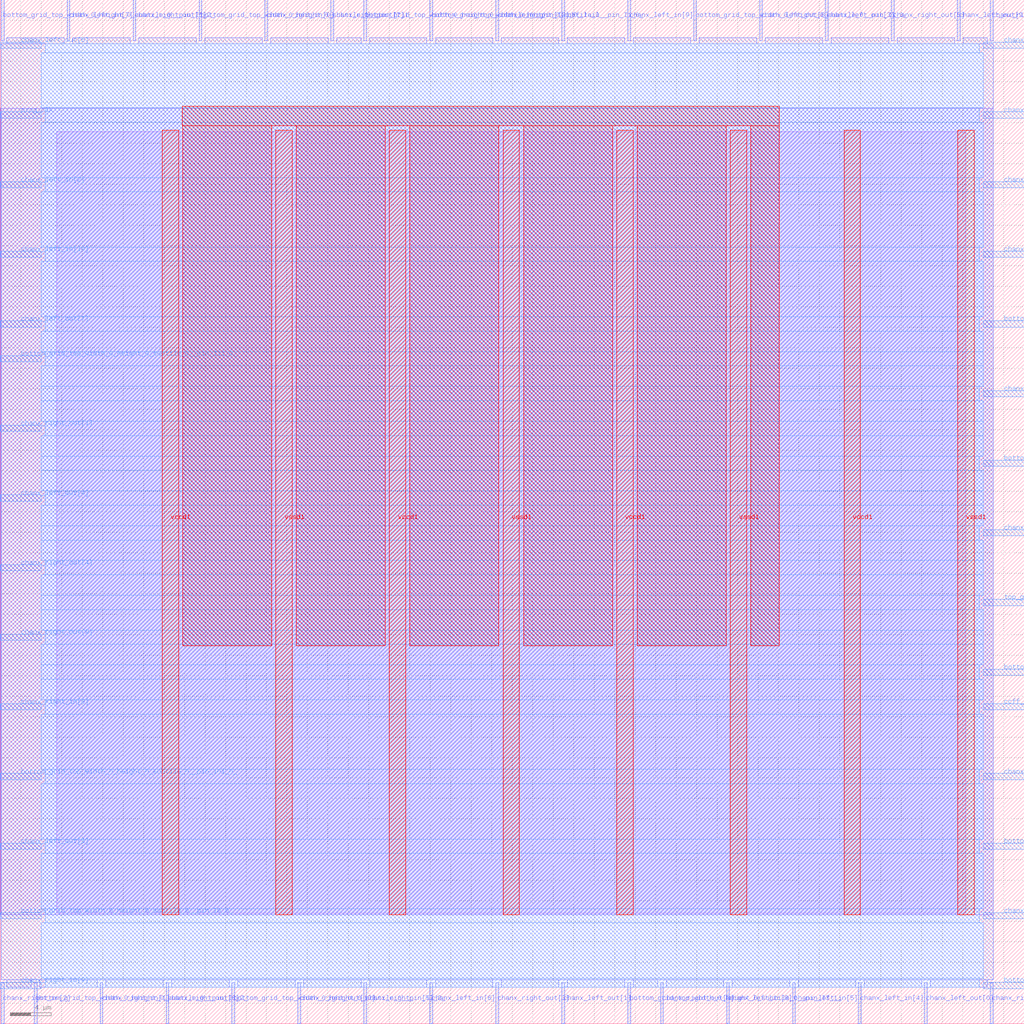
<source format=lef>
VERSION 5.7 ;
  NOWIREEXTENSIONATPIN ON ;
  DIVIDERCHAR "/" ;
  BUSBITCHARS "[]" ;
MACRO cbx_1__4_
  CLASS BLOCK ;
  FOREIGN cbx_1__4_ ;
  ORIGIN 0.000 0.000 ;
  SIZE 100.000 BY 100.000 ;
  PIN bottom_grid_top_width_0_height_0_subtile_0__pin_I0_0_
    PORT
      LAYER met3 ;
        RECT 0.000 10.240 4.000 10.840 ;
    END
  END bottom_grid_top_width_0_height_0_subtile_0__pin_I0_0_
  PIN bottom_grid_top_width_0_height_0_subtile_0__pin_I0_1_
    PORT
      LAYER met3 ;
        RECT 96.000 34.040 100.000 34.640 ;
    END
  END bottom_grid_top_width_0_height_0_subtile_0__pin_I0_1_
  PIN bottom_grid_top_width_0_height_0_subtile_0__pin_I0_2_
    PORT
      LAYER met3 ;
        RECT 96.000 3.440 100.000 4.040 ;
    END
  END bottom_grid_top_width_0_height_0_subtile_0__pin_I0_2_
  PIN bottom_grid_top_width_0_height_0_subtile_0__pin_I0i_0_
    PORT
      LAYER met3 ;
        RECT 0.000 23.840 4.000 24.440 ;
    END
  END bottom_grid_top_width_0_height_0_subtile_0__pin_I0i_0_
  PIN bottom_grid_top_width_0_height_0_subtile_0__pin_I1_0_
    PORT
      LAYER met2 ;
        RECT 41.950 96.000 42.230 100.000 ;
    END
  END bottom_grid_top_width_0_height_0_subtile_0__pin_I1_0_
  PIN bottom_grid_top_width_0_height_0_subtile_0__pin_I1_1_
    PORT
      LAYER met2 ;
        RECT 19.410 96.000 19.690 100.000 ;
    END
  END bottom_grid_top_width_0_height_0_subtile_0__pin_I1_1_
  PIN bottom_grid_top_width_0_height_0_subtile_0__pin_I1_2_
    PORT
      LAYER met2 ;
        RECT 0.090 96.000 0.370 100.000 ;
    END
  END bottom_grid_top_width_0_height_0_subtile_0__pin_I1_2_
  PIN bottom_grid_top_width_0_height_0_subtile_0__pin_I1i_0_
    PORT
      LAYER met3 ;
        RECT 0.000 64.640 4.000 65.240 ;
    END
  END bottom_grid_top_width_0_height_0_subtile_0__pin_I1i_0_
  PIN bottom_grid_top_width_0_height_0_subtile_0__pin_I2_0_
    PORT
      LAYER met3 ;
        RECT 96.000 68.040 100.000 68.640 ;
    END
  END bottom_grid_top_width_0_height_0_subtile_0__pin_I2_0_
  PIN bottom_grid_top_width_0_height_0_subtile_0__pin_I2_1_
    PORT
      LAYER met3 ;
        RECT 96.000 17.040 100.000 17.640 ;
    END
  END bottom_grid_top_width_0_height_0_subtile_0__pin_I2_1_
  PIN bottom_grid_top_width_0_height_0_subtile_0__pin_I2_2_
    PORT
      LAYER met2 ;
        RECT 22.630 0.000 22.910 4.000 ;
    END
  END bottom_grid_top_width_0_height_0_subtile_0__pin_I2_2_
  PIN bottom_grid_top_width_0_height_0_subtile_0__pin_I2i_0_
    PORT
      LAYER met2 ;
        RECT 35.510 96.000 35.790 100.000 ;
    END
  END bottom_grid_top_width_0_height_0_subtile_0__pin_I2i_0_
  PIN bottom_grid_top_width_0_height_0_subtile_0__pin_I3_0_
    PORT
      LAYER met2 ;
        RECT 67.710 96.000 67.990 100.000 ;
    END
  END bottom_grid_top_width_0_height_0_subtile_0__pin_I3_0_
  PIN bottom_grid_top_width_0_height_0_subtile_0__pin_I3_1_
    PORT
      LAYER met2 ;
        RECT 61.270 0.000 61.550 4.000 ;
    END
  END bottom_grid_top_width_0_height_0_subtile_0__pin_I3_1_
  PIN bottom_grid_top_width_0_height_0_subtile_0__pin_I3_2_
    PORT
      LAYER met2 ;
        RECT 3.310 0.000 3.590 4.000 ;
    END
  END bottom_grid_top_width_0_height_0_subtile_0__pin_I3_2_
  PIN bottom_grid_top_width_0_height_0_subtile_0__pin_I3i_0_
    PORT
      LAYER met3 ;
        RECT 96.000 54.440 100.000 55.040 ;
    END
  END bottom_grid_top_width_0_height_0_subtile_0__pin_I3i_0_
  PIN ccff_head
    PORT
      LAYER met3 ;
        RECT 96.000 30.640 100.000 31.240 ;
    END
  END ccff_head
  PIN ccff_tail
    PORT
      LAYER met2 ;
        RECT 54.830 96.000 55.110 100.000 ;
    END
  END ccff_tail
  PIN chanx_left_in[0]
    PORT
      LAYER met3 ;
        RECT 96.000 88.440 100.000 89.040 ;
    END
  END chanx_left_in[0]
  PIN chanx_left_in[10]
    PORT
      LAYER met3 ;
        RECT 0.000 74.840 4.000 75.440 ;
    END
  END chanx_left_in[10]
  PIN chanx_left_in[1]
    PORT
      LAYER met3 ;
        RECT 96.000 61.240 100.000 61.840 ;
    END
  END chanx_left_in[1]
  PIN chanx_left_in[2]
    PORT
      LAYER met3 ;
        RECT 0.000 81.640 4.000 82.240 ;
    END
  END chanx_left_in[2]
  PIN chanx_left_in[3]
    PORT
      LAYER met3 ;
        RECT 96.000 95.240 100.000 95.840 ;
    END
  END chanx_left_in[3]
  PIN chanx_left_in[4]
    PORT
      LAYER met2 ;
        RECT 83.810 0.000 84.090 4.000 ;
    END
  END chanx_left_in[4]
  PIN chanx_left_in[5]
    PORT
      LAYER met2 ;
        RECT 77.370 0.000 77.650 4.000 ;
    END
  END chanx_left_in[5]
  PIN chanx_left_in[6]
    PORT
      LAYER met2 ;
        RECT 41.950 0.000 42.230 4.000 ;
    END
  END chanx_left_in[6]
  PIN chanx_left_in[7]
    PORT
      LAYER met2 ;
        RECT 6.530 96.000 6.810 100.000 ;
    END
  END chanx_left_in[7]
  PIN chanx_left_in[8]
    PORT
      LAYER met2 ;
        RECT 70.930 0.000 71.210 4.000 ;
    END
  END chanx_left_in[8]
  PIN chanx_left_in[9]
    PORT
      LAYER met2 ;
        RECT 61.270 96.000 61.550 100.000 ;
    END
  END chanx_left_in[9]
  PIN chanx_left_out[0]
    PORT
      LAYER met2 ;
        RECT 90.250 0.000 90.530 4.000 ;
    END
  END chanx_left_out[0]
  PIN chanx_left_out[10]
    PORT
      LAYER met3 ;
        RECT 96.000 10.240 100.000 10.840 ;
    END
  END chanx_left_out[10]
  PIN chanx_left_out[1]
    PORT
      LAYER met2 ;
        RECT 54.830 0.000 55.110 4.000 ;
    END
  END chanx_left_out[1]
  PIN chanx_left_out[2]
    PORT
      LAYER met3 ;
        RECT 96.000 23.840 100.000 24.440 ;
    END
  END chanx_left_out[2]
  PIN chanx_left_out[3]
    PORT
      LAYER met2 ;
        RECT 80.590 96.000 80.870 100.000 ;
    END
  END chanx_left_out[3]
  PIN chanx_left_out[4]
    PORT
      LAYER met3 ;
        RECT 0.000 51.040 4.000 51.640 ;
    END
  END chanx_left_out[4]
  PIN chanx_left_out[5]
    PORT
      LAYER met3 ;
        RECT 0.000 17.040 4.000 17.640 ;
    END
  END chanx_left_out[5]
  PIN chanx_left_out[6]
    PORT
      LAYER met3 ;
        RECT 0.000 95.240 4.000 95.840 ;
    END
  END chanx_left_out[6]
  PIN chanx_left_out[7]
    PORT
      LAYER met3 ;
        RECT 0.000 68.040 4.000 68.640 ;
    END
  END chanx_left_out[7]
  PIN chanx_left_out[8]
    PORT
      LAYER met2 ;
        RECT 74.150 96.000 74.430 100.000 ;
    END
  END chanx_left_out[8]
  PIN chanx_left_out[9]
    PORT
      LAYER met2 ;
        RECT 93.470 96.000 93.750 100.000 ;
    END
  END chanx_left_out[9]
  PIN chanx_right_in[0]
    PORT
      LAYER met2 ;
        RECT 25.850 96.000 26.130 100.000 ;
    END
  END chanx_right_in[0]
  PIN chanx_right_in[10]
    PORT
      LAYER met2 ;
        RECT 48.390 96.000 48.670 100.000 ;
    END
  END chanx_right_in[10]
  PIN chanx_right_in[1]
    PORT
      LAYER met2 ;
        RECT 9.750 0.000 10.030 4.000 ;
    END
  END chanx_right_in[1]
  PIN chanx_right_in[2]
    PORT
      LAYER met2 ;
        RECT 0.090 0.000 0.370 4.000 ;
    END
  END chanx_right_in[2]
  PIN chanx_right_in[3]
    PORT
      LAYER met3 ;
        RECT 96.000 81.640 100.000 82.240 ;
    END
  END chanx_right_in[3]
  PIN chanx_right_in[4]
    PORT
      LAYER met2 ;
        RECT 96.690 96.000 96.970 100.000 ;
    END
  END chanx_right_in[4]
  PIN chanx_right_in[5]
    PORT
      LAYER met2 ;
        RECT 35.510 0.000 35.790 4.000 ;
    END
  END chanx_right_in[5]
  PIN chanx_right_in[6]
    PORT
      LAYER met3 ;
        RECT 96.000 74.840 100.000 75.440 ;
    END
  END chanx_right_in[6]
  PIN chanx_right_in[7]
    PORT
      LAYER met2 ;
        RECT 96.690 0.000 96.970 4.000 ;
    END
  END chanx_right_in[7]
  PIN chanx_right_in[8]
    PORT
      LAYER met3 ;
        RECT 0.000 30.640 4.000 31.240 ;
    END
  END chanx_right_in[8]
  PIN chanx_right_in[9]
    PORT
      LAYER met3 ;
        RECT 0.000 3.440 4.000 4.040 ;
    END
  END chanx_right_in[9]
  PIN chanx_right_out[0]
    PORT
      LAYER met2 ;
        RECT 16.190 0.000 16.470 4.000 ;
    END
  END chanx_right_out[0]
  PIN chanx_right_out[10]
    PORT
      LAYER met2 ;
        RECT 29.070 0.000 29.350 4.000 ;
    END
  END chanx_right_out[10]
  PIN chanx_right_out[1]
    PORT
      LAYER met3 ;
        RECT 0.000 57.840 4.000 58.440 ;
    END
  END chanx_right_out[1]
  PIN chanx_right_out[2]
    PORT
      LAYER met3 ;
        RECT 96.000 47.640 100.000 48.240 ;
    END
  END chanx_right_out[2]
  PIN chanx_right_out[3]
    PORT
      LAYER met2 ;
        RECT 48.390 0.000 48.670 4.000 ;
    END
  END chanx_right_out[3]
  PIN chanx_right_out[4]
    PORT
      LAYER met3 ;
        RECT 0.000 44.240 4.000 44.840 ;
    END
  END chanx_right_out[4]
  PIN chanx_right_out[5]
    PORT
      LAYER met2 ;
        RECT 87.030 96.000 87.310 100.000 ;
    END
  END chanx_right_out[5]
  PIN chanx_right_out[6]
    PORT
      LAYER met2 ;
        RECT 12.970 96.000 13.250 100.000 ;
    END
  END chanx_right_out[6]
  PIN chanx_right_out[7]
    PORT
      LAYER met2 ;
        RECT 32.290 96.000 32.570 100.000 ;
    END
  END chanx_right_out[7]
  PIN chanx_right_out[8]
    PORT
      LAYER met2 ;
        RECT 64.490 0.000 64.770 4.000 ;
    END
  END chanx_right_out[8]
  PIN chanx_right_out[9]
    PORT
      LAYER met3 ;
        RECT 0.000 37.440 4.000 38.040 ;
    END
  END chanx_right_out[9]
  PIN prog_clk
    PORT
      LAYER met3 ;
        RECT 0.000 88.440 4.000 89.040 ;
    END
  END prog_clk
  PIN top_grid_bottom_width_0_height_0_subtile_0__pin_outpad_0_
    PORT
      LAYER met3 ;
        RECT 96.000 40.840 100.000 41.440 ;
    END
  END top_grid_bottom_width_0_height_0_subtile_0__pin_outpad_0_
  PIN vccd1
    PORT
      LAYER met4 ;
        RECT 82.400 10.640 84.000 87.280 ;
    END
    PORT
      LAYER met4 ;
        RECT 60.205 10.640 61.805 87.280 ;
    END
    PORT
      LAYER met4 ;
        RECT 38.010 10.640 39.610 87.280 ;
    END
    PORT
      LAYER met4 ;
        RECT 15.815 10.640 17.415 87.280 ;
    END
  END vccd1
  PIN vssd1
    PORT
      LAYER met4 ;
        RECT 93.495 10.640 95.095 87.280 ;
    END
    PORT
      LAYER met4 ;
        RECT 71.300 10.640 72.900 87.280 ;
    END
    PORT
      LAYER met4 ;
        RECT 49.105 10.640 50.705 87.280 ;
    END
    PORT
      LAYER met4 ;
        RECT 26.910 10.640 28.510 87.280 ;
    END
  END vssd1
  OBS
      LAYER li1 ;
        RECT 5.520 10.795 94.300 87.125 ;
      LAYER met1 ;
        RECT 0.070 10.640 96.990 89.380 ;
      LAYER met2 ;
        RECT 0.650 95.720 6.250 96.290 ;
        RECT 7.090 95.720 12.690 96.290 ;
        RECT 13.530 95.720 19.130 96.290 ;
        RECT 19.970 95.720 25.570 96.290 ;
        RECT 26.410 95.720 32.010 96.290 ;
        RECT 32.850 95.720 35.230 96.290 ;
        RECT 36.070 95.720 41.670 96.290 ;
        RECT 42.510 95.720 48.110 96.290 ;
        RECT 48.950 95.720 54.550 96.290 ;
        RECT 55.390 95.720 60.990 96.290 ;
        RECT 61.830 95.720 67.430 96.290 ;
        RECT 68.270 95.720 73.870 96.290 ;
        RECT 74.710 95.720 80.310 96.290 ;
        RECT 81.150 95.720 86.750 96.290 ;
        RECT 87.590 95.720 93.190 96.290 ;
        RECT 94.030 95.720 96.410 96.290 ;
        RECT 0.100 4.280 96.960 95.720 ;
        RECT 0.650 3.555 3.030 4.280 ;
        RECT 3.870 3.555 9.470 4.280 ;
        RECT 10.310 3.555 15.910 4.280 ;
        RECT 16.750 3.555 22.350 4.280 ;
        RECT 23.190 3.555 28.790 4.280 ;
        RECT 29.630 3.555 35.230 4.280 ;
        RECT 36.070 3.555 41.670 4.280 ;
        RECT 42.510 3.555 48.110 4.280 ;
        RECT 48.950 3.555 54.550 4.280 ;
        RECT 55.390 3.555 60.990 4.280 ;
        RECT 61.830 3.555 64.210 4.280 ;
        RECT 65.050 3.555 70.650 4.280 ;
        RECT 71.490 3.555 77.090 4.280 ;
        RECT 77.930 3.555 83.530 4.280 ;
        RECT 84.370 3.555 89.970 4.280 ;
        RECT 90.810 3.555 96.410 4.280 ;
      LAYER met3 ;
        RECT 4.400 94.840 95.600 95.705 ;
        RECT 4.000 89.440 96.000 94.840 ;
        RECT 4.400 88.040 95.600 89.440 ;
        RECT 4.000 82.640 96.000 88.040 ;
        RECT 4.400 81.240 95.600 82.640 ;
        RECT 4.000 75.840 96.000 81.240 ;
        RECT 4.400 74.440 95.600 75.840 ;
        RECT 4.000 69.040 96.000 74.440 ;
        RECT 4.400 67.640 95.600 69.040 ;
        RECT 4.000 65.640 96.000 67.640 ;
        RECT 4.400 64.240 96.000 65.640 ;
        RECT 4.000 62.240 96.000 64.240 ;
        RECT 4.000 60.840 95.600 62.240 ;
        RECT 4.000 58.840 96.000 60.840 ;
        RECT 4.400 57.440 96.000 58.840 ;
        RECT 4.000 55.440 96.000 57.440 ;
        RECT 4.000 54.040 95.600 55.440 ;
        RECT 4.000 52.040 96.000 54.040 ;
        RECT 4.400 50.640 96.000 52.040 ;
        RECT 4.000 48.640 96.000 50.640 ;
        RECT 4.000 47.240 95.600 48.640 ;
        RECT 4.000 45.240 96.000 47.240 ;
        RECT 4.400 43.840 96.000 45.240 ;
        RECT 4.000 41.840 96.000 43.840 ;
        RECT 4.000 40.440 95.600 41.840 ;
        RECT 4.000 38.440 96.000 40.440 ;
        RECT 4.400 37.040 96.000 38.440 ;
        RECT 4.000 35.040 96.000 37.040 ;
        RECT 4.000 33.640 95.600 35.040 ;
        RECT 4.000 31.640 96.000 33.640 ;
        RECT 4.400 30.240 95.600 31.640 ;
        RECT 4.000 24.840 96.000 30.240 ;
        RECT 4.400 23.440 95.600 24.840 ;
        RECT 4.000 18.040 96.000 23.440 ;
        RECT 4.400 16.640 95.600 18.040 ;
        RECT 4.000 11.240 96.000 16.640 ;
        RECT 4.400 9.840 95.600 11.240 ;
        RECT 4.000 4.440 96.000 9.840 ;
        RECT 4.400 3.575 95.600 4.440 ;
      LAYER met4 ;
        RECT 17.775 87.680 76.065 89.585 ;
        RECT 17.815 36.895 26.510 87.680 ;
        RECT 28.910 36.895 37.610 87.680 ;
        RECT 40.010 36.895 48.705 87.680 ;
        RECT 51.105 36.895 59.805 87.680 ;
        RECT 62.205 36.895 70.900 87.680 ;
        RECT 73.300 36.895 76.065 87.680 ;
  END
END cbx_1__4_
END LIBRARY


</source>
